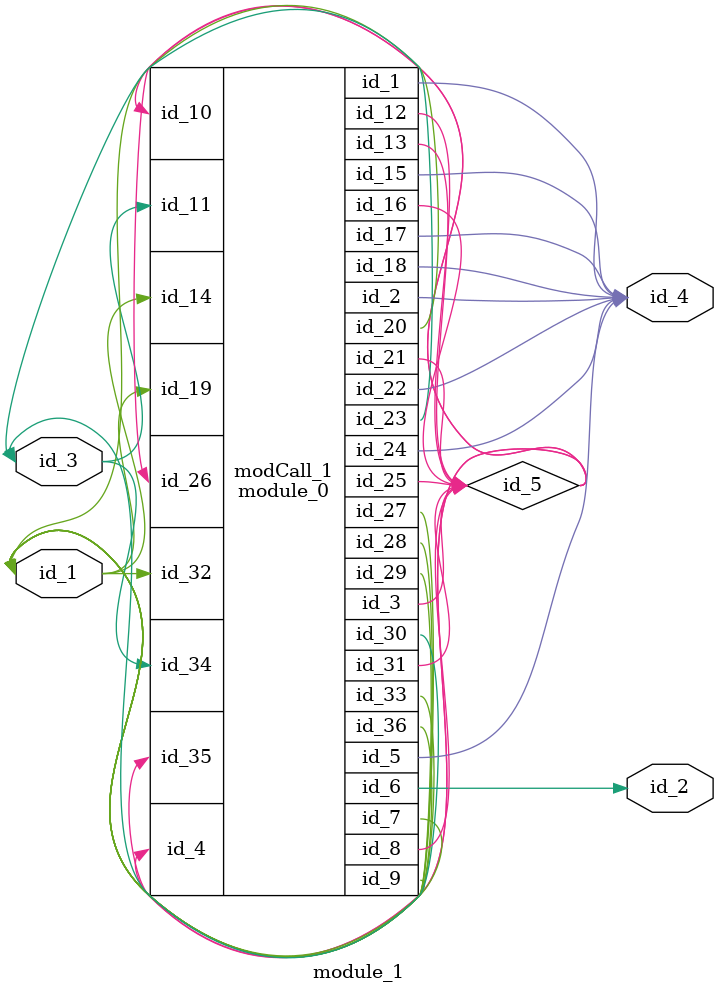
<source format=v>
module module_0 (
    id_1,
    id_2,
    id_3,
    id_4,
    id_5,
    id_6,
    id_7,
    id_8,
    id_9,
    id_10,
    id_11,
    id_12,
    id_13,
    id_14,
    id_15,
    id_16,
    id_17,
    id_18,
    id_19,
    id_20,
    id_21,
    id_22,
    id_23,
    id_24,
    id_25,
    id_26,
    id_27,
    id_28,
    id_29,
    id_30,
    id_31,
    id_32,
    id_33,
    id_34,
    id_35,
    id_36
);
  output wire id_36;
  input wire id_35;
  input wire id_34;
  inout wire id_33;
  input wire id_32;
  inout wire id_31;
  output wire id_30;
  inout wire id_29;
  inout wire id_28;
  output wire id_27;
  input wire id_26;
  output wire id_25;
  output wire id_24;
  output wire id_23;
  output wire id_22;
  output wire id_21;
  inout wire id_20;
  input wire id_19;
  output wire id_18;
  output wire id_17;
  inout wire id_16;
  output wire id_15;
  input wire id_14;
  inout wire id_13;
  inout wire id_12;
  input wire id_11;
  input wire id_10;
  inout wire id_9;
  inout wire id_8;
  inout wire id_7;
  output wire id_6;
  output wire id_5;
  input wire id_4;
  output wire id_3;
  output wire id_2;
  output wire id_1;
  wire id_37;
endmodule
module module_1 (
    id_1,
    id_2,
    id_3,
    id_4
);
  output wire id_4;
  inout wire id_3;
  output wire id_2;
  inout wire id_1;
  wire id_5;
  module_0 modCall_1 (
      id_4,
      id_4,
      id_5,
      id_5,
      id_4,
      id_2,
      id_1,
      id_5,
      id_1,
      id_5,
      id_3,
      id_5,
      id_5,
      id_1,
      id_4,
      id_5,
      id_4,
      id_4,
      id_1,
      id_1,
      id_5,
      id_4,
      id_3,
      id_4,
      id_5,
      id_5,
      id_1,
      id_1,
      id_1,
      id_3,
      id_5,
      id_1,
      id_1,
      id_3,
      id_5,
      id_1
  );
endmodule

</source>
